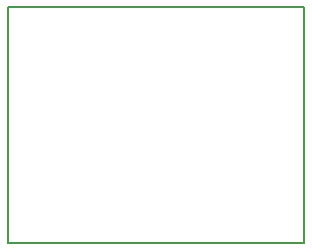
<source format=gko>
G04 #@! TF.GenerationSoftware,KiCad,Pcbnew,(5.0.0-3-g5ebb6b6)*
G04 #@! TF.CreationDate,2018-08-26T23:18:38+02:00*
G04 #@! TF.ProjectId,Pmod-I2S,506D6F642D4932532E6B696361645F70,rev?*
G04 #@! TF.SameCoordinates,Original*
G04 #@! TF.FileFunction,Profile,NP*
%FSLAX46Y46*%
G04 Gerber Fmt 4.6, Leading zero omitted, Abs format (unit mm)*
G04 Created by KiCad (PCBNEW (5.0.0-3-g5ebb6b6)) date Sunday, 26 August 2018 at 23:18:38*
%MOMM*%
%LPD*%
G01*
G04 APERTURE LIST*
%ADD10C,0.150000*%
G04 APERTURE END LIST*
D10*
X90000000Y-60000000D02*
X115000000Y-60000000D01*
X90000000Y-80000000D02*
X115000000Y-80000000D01*
X115000000Y-60000000D02*
X115000000Y-80000000D01*
X90000000Y-60000000D02*
X90000000Y-80000000D01*
M02*

</source>
